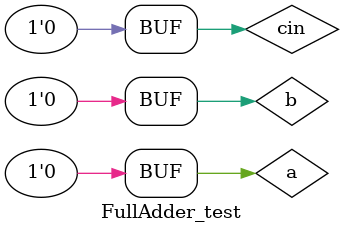
<source format=v>
`timescale 1ns / 1ps


module FullAdder_test;

	// Inputs
	reg a;
	reg b;
	reg cin;

	// Outputs
	wire s;
	wire cout;

	// Instantiate the Unit Under Test (UUT)
	FullAdder uut (
		.a(a), 
		.b(b), 
		.cin(cin), 
		.s(s), 
		.cout(cout)
	);

	initial begin
		// Initialize Inputs
		a = 0;
		b = 0;
		cin = 0;

		// Wait 100 ns for global reset to finish
		#100;
		a = 0;
		b = 1;
		cin = 0;
		#100;
		a = 0;
		b = 1;
		cin = 1;
		#100;
		a = 1;
		b = 1;
		cin = 0;
		#100;
		a = 1;
		b = 1;
		cin = 1;
		#100;
		a = 0;
		b = 0;
		cin = 0;
        
		// Add stimulus here

	end
      
endmodule


</source>
